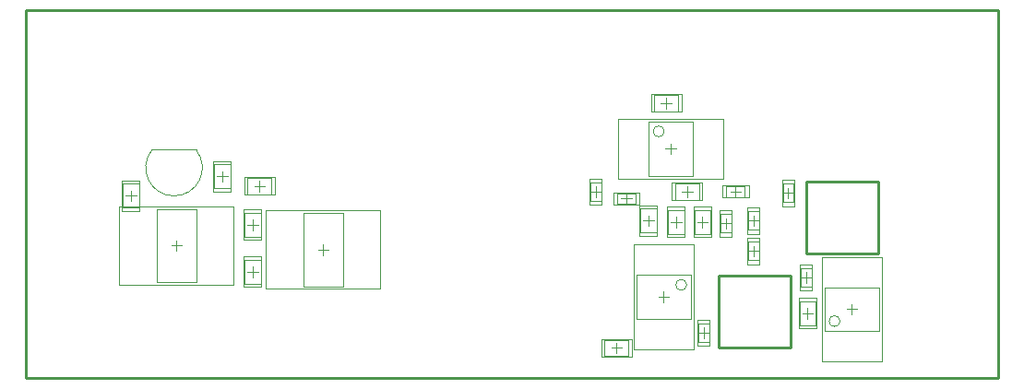
<source format=gm1>
G04 Layer_Color=16711935*
%FSLAX25Y25*%
%MOIN*%
G70*
G01*
G75*
%ADD18C,0.01000*%
%ADD19C,0.00394*%
%ADD20C,0.00197*%
D18*
X593000Y134000D02*
X619000D01*
X593000Y108000D02*
Y134000D01*
Y108000D02*
X618992D01*
Y133992D01*
X624500Y142000D02*
Y168000D01*
Y142000D02*
X650500D01*
Y167992D01*
X624508D02*
X650500D01*
X342500Y97000D02*
X429000D01*
X342500Y230000D02*
X694000D01*
Y97000D02*
Y230000D01*
X429000Y97000D02*
X694000D01*
X342500D02*
Y230000D01*
D19*
X388000Y179500D02*
G03*
X404133Y179500I8066J-6302D01*
G01*
X387934Y179799D02*
X404066D01*
X388000Y179500D02*
G03*
X404133Y179500I8066J-6302D01*
G01*
X387934Y179799D02*
X404066D01*
X573138Y186299D02*
G03*
X573138Y186299I-1969J0D01*
G01*
X581268Y130831D02*
G03*
X581268Y130831I-1969J0D01*
G01*
X636669Y117669D02*
G03*
X636669Y117669I-1969J0D01*
G01*
X457283Y130311D02*
Y156689D01*
X442717Y130311D02*
Y156689D01*
Y130311D02*
X457283D01*
X442717Y156689D02*
X457283D01*
X404283Y131811D02*
Y158189D01*
X389717Y131811D02*
Y158189D01*
Y131811D02*
X404283D01*
X389717Y158189D02*
X404283D01*
X431331Y163646D02*
Y169354D01*
X422669Y163646D02*
Y169354D01*
Y163646D02*
X431331D01*
X422669Y169354D02*
X431331D01*
X410646Y174331D02*
X416354D01*
X410646Y165669D02*
X416354D01*
Y174331D01*
X410646Y165669D02*
Y174331D01*
X377646Y167331D02*
X383354D01*
X377646Y158669D02*
X383354D01*
Y167331D01*
X377646Y158669D02*
Y167331D01*
X421646Y139831D02*
X427354D01*
X421646Y131169D02*
X427354D01*
Y139831D01*
X421646Y131169D02*
Y139831D01*
Y156831D02*
X427354D01*
X421646Y148169D02*
X427354D01*
Y156831D01*
X421646Y148169D02*
Y156831D01*
X622146Y124831D02*
X627854D01*
X622146Y116169D02*
X627854D01*
Y124831D01*
X622146Y116169D02*
Y124831D01*
X551669Y105146D02*
Y110854D01*
X560331Y105146D02*
Y110854D01*
X551669D02*
X560331D01*
X551669Y105146D02*
X560331D01*
X569569Y193646D02*
Y199354D01*
X578231Y193646D02*
Y199354D01*
X569569D02*
X578231D01*
X569569Y193646D02*
X578231D01*
X589854Y149169D02*
Y157831D01*
X584146Y149169D02*
Y157831D01*
X589854D01*
X584146Y149169D02*
X589854D01*
X546630Y167846D02*
X550370D01*
X546630Y161154D02*
X550370D01*
Y167846D01*
X546630Y161154D02*
Y167846D01*
X574646Y149169D02*
Y157831D01*
X580354Y149169D02*
Y157831D01*
X574646Y149169D02*
X580354D01*
X574646Y157831D02*
X580354D01*
X577169Y161646D02*
X585831D01*
X577169Y167354D02*
X585831D01*
Y161646D02*
Y167354D01*
X577169Y161646D02*
Y167354D01*
X564646Y149669D02*
Y158331D01*
X570354Y149669D02*
Y158331D01*
X564646Y149669D02*
X570354D01*
X564646Y158331D02*
X570354D01*
X567626Y170157D02*
Y189843D01*
X583374Y170157D02*
Y189843D01*
X567626D02*
X583374D01*
X567626Y170157D02*
X583374D01*
X563157Y134374D02*
X582843D01*
X563157Y118626D02*
X582843D01*
Y134374D01*
X563157Y118626D02*
Y134374D01*
X631157Y114126D02*
X650843D01*
X631157Y129874D02*
X650843D01*
X631157Y114126D02*
Y129874D01*
X650843Y114126D02*
Y129874D01*
X593630Y149654D02*
X597370D01*
X593630Y156346D02*
X597370D01*
X593630Y149654D02*
Y156346D01*
X597370Y149654D02*
Y156346D01*
X562846Y160130D02*
Y163870D01*
X556154Y160130D02*
Y163870D01*
Y160130D02*
X562846D01*
X556154Y163870D02*
X562846D01*
X595654Y162630D02*
Y166370D01*
X602346Y162630D02*
Y166370D01*
X595654D02*
X602346D01*
X595654Y162630D02*
X602346D01*
X603630Y146346D02*
X607370D01*
X603630Y139654D02*
X607370D01*
Y146346D01*
X603630Y139654D02*
Y146346D01*
X616130Y167346D02*
X619870D01*
X616130Y160654D02*
X619870D01*
Y167346D01*
X616130Y160654D02*
Y167346D01*
X585630Y116846D02*
X589370D01*
X585630Y110154D02*
X589370D01*
Y116846D01*
X585630Y110154D02*
Y116846D01*
X603630Y157346D02*
X607370D01*
X603630Y150654D02*
X607370D01*
Y157346D01*
X603630Y150654D02*
Y157346D01*
X622630Y130154D02*
X626370D01*
X622630Y136846D02*
X626370D01*
X622630Y130154D02*
Y136846D01*
X626370Y130154D02*
Y136846D01*
X448031Y143500D02*
X451968D01*
X450000Y141531D02*
Y145469D01*
X395031Y145000D02*
X398968D01*
X397000Y143031D02*
Y146969D01*
X432512Y163350D02*
Y169650D01*
X421488Y163350D02*
Y169650D01*
Y163350D02*
X432512D01*
X421488Y169650D02*
X432512D01*
X425031Y166500D02*
X428968D01*
X427000Y164531D02*
Y168468D01*
X410350Y175512D02*
X416650D01*
X410350Y164488D02*
X416650D01*
Y175512D01*
X410350Y164488D02*
Y175512D01*
X413500Y168031D02*
Y171968D01*
X411532Y170000D02*
X415469D01*
X377350Y168512D02*
X383650D01*
X377350Y157488D02*
X383650D01*
Y168512D01*
X377350Y157488D02*
Y168512D01*
X380500Y161031D02*
Y164968D01*
X378532Y163000D02*
X382469D01*
X421350Y141012D02*
X427650D01*
X421350Y129988D02*
X427650D01*
Y141012D01*
X421350Y129988D02*
Y141012D01*
X424500Y133531D02*
Y137468D01*
X422532Y135500D02*
X426469D01*
X421350Y158012D02*
X427650D01*
X421350Y146988D02*
X427650D01*
Y158012D01*
X421350Y146988D02*
Y158012D01*
X424500Y150531D02*
Y154468D01*
X422532Y152500D02*
X426469D01*
X621850Y126012D02*
X628150D01*
X621850Y114988D02*
X628150D01*
Y126012D01*
X621850Y114988D02*
Y126012D01*
X625000Y118531D02*
Y122468D01*
X623032Y120500D02*
X626969D01*
X550488Y104850D02*
Y111150D01*
X561512Y104850D02*
Y111150D01*
X550488D02*
X561512D01*
X550488Y104850D02*
X561512D01*
X554032Y108000D02*
X557969D01*
X556000Y106032D02*
Y109969D01*
X568388Y193350D02*
Y199650D01*
X579412Y193350D02*
Y199650D01*
X568388D02*
X579412D01*
X568388Y193350D02*
X579412D01*
X571932Y196500D02*
X575869D01*
X573900Y194532D02*
Y198469D01*
X585031Y153500D02*
X588968D01*
X587000Y151532D02*
Y155469D01*
X590150Y147988D02*
Y159012D01*
X583850Y147988D02*
Y159012D01*
X590150D01*
X583850Y147988D02*
X590150D01*
X546335Y169224D02*
X550665D01*
X546335Y159776D02*
X550665D01*
Y169224D01*
X546335Y159776D02*
Y169224D01*
X548500Y162630D02*
Y166370D01*
X546630Y164500D02*
X550370D01*
X575532Y153500D02*
X579469D01*
X577500Y151531D02*
Y155468D01*
X574350Y147988D02*
Y159012D01*
X580650Y147988D02*
Y159012D01*
X574350Y147988D02*
X580650D01*
X574350Y159012D02*
X580650D01*
X581500Y162532D02*
Y166469D01*
X579532Y164500D02*
X583469D01*
X575988Y161350D02*
X587012D01*
X575988Y167650D02*
X587012D01*
Y161350D02*
Y167650D01*
X575988Y161350D02*
Y167650D01*
X565532Y154000D02*
X569469D01*
X567500Y152031D02*
Y155968D01*
X564350Y148488D02*
Y159512D01*
X570650Y148488D02*
Y159512D01*
X564350Y148488D02*
X570650D01*
X564350Y159512D02*
X570650D01*
X573532Y180000D02*
X577469D01*
X575500Y178031D02*
Y181968D01*
X573000Y124531D02*
Y128468D01*
X571032Y126500D02*
X574969D01*
X641000Y120031D02*
Y123968D01*
X639031Y122000D02*
X642968D01*
X593335Y148276D02*
X597665D01*
X593335Y157724D02*
X597665D01*
X593335Y148276D02*
Y157724D01*
X597665Y148276D02*
Y157724D01*
X595500Y151130D02*
Y154870D01*
X593630Y153000D02*
X597370D01*
X564224Y159835D02*
Y164165D01*
X554776Y159835D02*
Y164165D01*
Y159835D02*
X564224D01*
X554776Y164165D02*
X564224D01*
X557630Y162000D02*
X561370D01*
X559500Y160130D02*
Y163870D01*
X594276Y162335D02*
Y166665D01*
X603724Y162335D02*
Y166665D01*
X594276D02*
X603724D01*
X594276Y162335D02*
X603724D01*
X597130Y164500D02*
X600870D01*
X599000Y162630D02*
Y166370D01*
X603335Y147724D02*
X607665D01*
X603335Y138276D02*
X607665D01*
Y147724D01*
X603335Y138276D02*
Y147724D01*
X605500Y141130D02*
Y144870D01*
X603630Y143000D02*
X607370D01*
X615835Y168724D02*
X620165D01*
X615835Y159276D02*
X620165D01*
Y168724D01*
X615835Y159276D02*
Y168724D01*
X618000Y162130D02*
Y165870D01*
X616130Y164000D02*
X619870D01*
X585335Y118224D02*
X589665D01*
X585335Y108776D02*
X589665D01*
Y118224D01*
X585335Y108776D02*
Y118224D01*
X587500Y111630D02*
Y115370D01*
X585630Y113500D02*
X589370D01*
X603335Y158724D02*
X607665D01*
X603335Y149276D02*
X607665D01*
Y158724D01*
X603335Y149276D02*
Y158724D01*
X605500Y152130D02*
Y155870D01*
X603630Y154000D02*
X607370D01*
X622335Y128776D02*
X626665D01*
X622335Y138224D02*
X626665D01*
X622335Y128776D02*
Y138224D01*
X626665Y128776D02*
Y138224D01*
X624500Y131630D02*
Y135370D01*
X622630Y133500D02*
X626370D01*
D20*
X470669Y129327D02*
Y157673D01*
X429331Y129327D02*
Y157673D01*
Y129327D02*
X470669D01*
X429331Y157673D02*
X470669D01*
X417669Y130827D02*
Y159173D01*
X376331Y130827D02*
Y159173D01*
Y130827D02*
X417669D01*
X376331Y159173D02*
X417669D01*
X556602Y169173D02*
Y190827D01*
X594398Y169173D02*
Y190827D01*
X556602D02*
X594398D01*
X556602Y169173D02*
X594398D01*
X562173Y145398D02*
X583827D01*
X562173Y107602D02*
X583827D01*
Y145398D01*
X562173Y107602D02*
Y145398D01*
X630173Y103102D02*
X651827D01*
X630173Y140898D02*
X651827D01*
X630173Y103102D02*
Y140898D01*
X651827Y103102D02*
Y140898D01*
M02*

</source>
